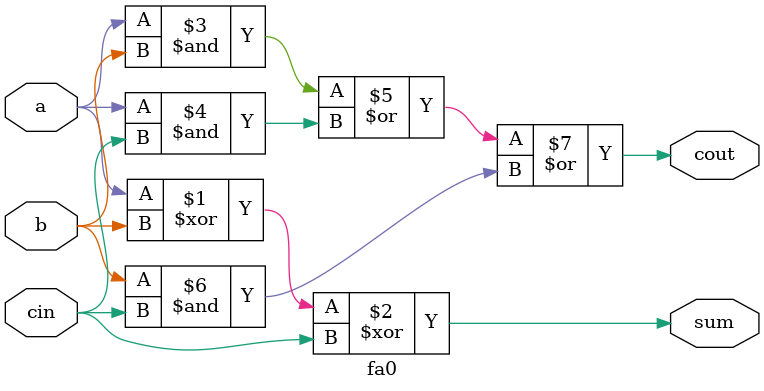
<source format=v>
module carry_select_adder(input [3:0] a,b,input cin,output [3:0] sum,output cout);
  wire [3:0] sum0,sum1;
  wire cout0,cout1;
  wire c0,c1;
  
  add_2bit b1(.a(a[1:0]),.b(b[1:0]),.cin(1'b0),.sum(sum0[1:0]),.cout(c0));//cin=0
  add_2bit b2(.a(a[3:2]),.b(b[3:2]),.cin(1'b0),.sum(sum0[3:2]),.cout(cout0));
  add_2bit b3(.a(a[1:0]),.b(b[1:0]),.cin(1'b1),.sum(sum1[1:0]),.cout(c1));
  //cin=1 
  add_2bit b4(.a(a[3:2]),.b(b[3:2]),.cin(1'b1),.sum(sum1[3:2]),.cout(cout1));  
  
  assign sum[1:0]=cin? sum1[1:0]:sum0[1:0];
  assign sum[3:2]=cin? sum1[3:2]:sum0[3:2];
  assign cout=cin?cout1:cout0;
endmodule
module add_2bit(input [1:0] a,b,input cin,output [1:0]sum ,output cout);
  wire c1;
  fa0 a1(.a(a[0]),.b(b[0]),.cin(cin),.sum(sum[0]),.cout(c1));
  fa0 a2(.a(a[1]),.b(b[1]),.cin(c1),.sum(sum[1]),.cout(cout));
endmodule

module  fa0 (input a,b,cin,output sum,cout);
  assign sum=a^b^cin;
  assign cout=(a&b)|(a&cin)|(b&cin);
endmodule

  
           
                        
           
</source>
